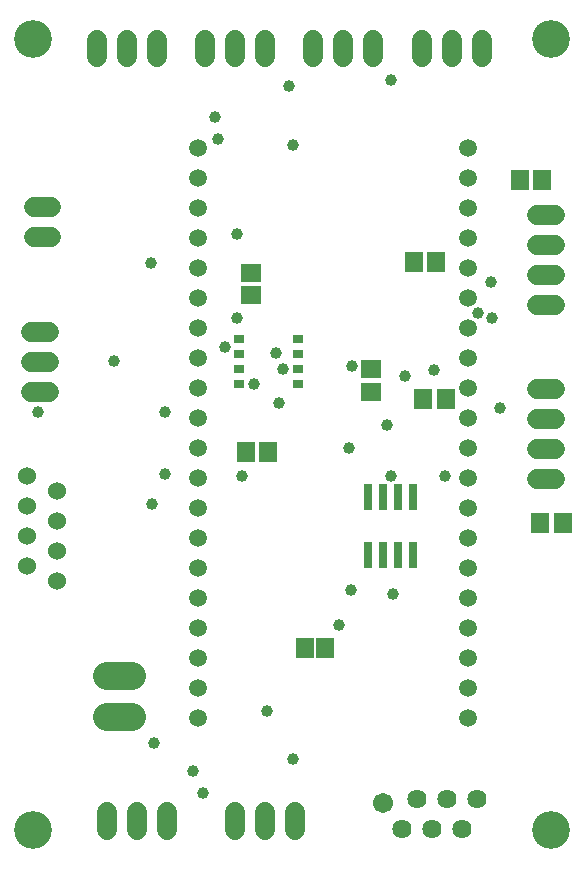
<source format=gbs>
G75*
%MOIN*%
%OFA0B0*%
%FSLAX24Y24*%
%IPPOS*%
%LPD*%
%AMOC8*
5,1,8,0,0,1.08239X$1,22.5*
%
%ADD10C,0.0595*%
%ADD11C,0.0600*%
%ADD12R,0.0380X0.0300*%
%ADD13R,0.0671X0.0592*%
%ADD14R,0.0592X0.0671*%
%ADD15R,0.0710X0.0592*%
%ADD16C,0.0674*%
%ADD17C,0.0680*%
%ADD18C,0.0920*%
%ADD19R,0.0300X0.0860*%
%ADD20C,0.0640*%
%ADD21C,0.0671*%
%ADD22C,0.0397*%
%ADD23C,0.1261*%
D10*
X007303Y006889D03*
X007303Y007889D03*
X007303Y008889D03*
X007303Y009889D03*
X007303Y010889D03*
X007303Y011889D03*
X007303Y012889D03*
X007303Y013889D03*
X007303Y014889D03*
X007303Y015889D03*
X007303Y016889D03*
X007303Y017889D03*
X007303Y018889D03*
X007303Y019889D03*
X007303Y020889D03*
X007303Y021889D03*
X007303Y022889D03*
X007303Y023889D03*
X007303Y024889D03*
X007303Y025889D03*
X016303Y025889D03*
X016303Y024889D03*
X016303Y023889D03*
X016303Y022889D03*
X016303Y021889D03*
X016303Y020889D03*
X016303Y019889D03*
X016303Y018889D03*
X016303Y017889D03*
X016303Y016889D03*
X016303Y015889D03*
X016303Y014889D03*
X016303Y013889D03*
X016303Y012889D03*
X016303Y011889D03*
X016303Y010889D03*
X016303Y009889D03*
X016303Y008889D03*
X016303Y007889D03*
X016303Y006889D03*
D11*
X002633Y011458D03*
X002633Y012458D03*
X002633Y013458D03*
X002633Y014458D03*
X001633Y014958D03*
X001633Y013958D03*
X001633Y012958D03*
X001633Y011958D03*
D12*
X008690Y018038D03*
X008690Y018538D03*
X008690Y019038D03*
X008690Y019538D03*
X010645Y019538D03*
X010645Y019038D03*
X010645Y018538D03*
X010645Y018038D03*
D13*
X013070Y017771D03*
X013070Y018519D03*
D14*
X014830Y017534D03*
X015578Y017534D03*
X015267Y022078D03*
X014519Y022078D03*
X018043Y024838D03*
X018791Y024838D03*
X018728Y013389D03*
X019476Y013389D03*
X011543Y009220D03*
X010873Y009220D03*
X009657Y015751D03*
X008909Y015751D03*
D15*
X009070Y020983D03*
X009070Y021731D03*
D16*
X009559Y028911D02*
X009559Y029505D01*
X008559Y029505D02*
X008559Y028911D01*
X007559Y028911D02*
X007559Y029505D01*
X005952Y029505D02*
X005952Y028911D01*
X004952Y028911D02*
X004952Y029505D01*
X003952Y029505D02*
X003952Y028911D01*
X002430Y023920D02*
X001836Y023920D01*
X001836Y022920D02*
X002430Y022920D01*
X011165Y028911D02*
X011165Y029505D01*
X012165Y029505D02*
X012165Y028911D01*
X013165Y028911D02*
X013165Y029505D01*
X014771Y029505D02*
X014771Y028911D01*
X015771Y028911D02*
X015771Y029505D01*
X016771Y029505D02*
X016771Y028911D01*
X010559Y003760D02*
X010559Y003167D01*
X009559Y003167D02*
X009559Y003760D01*
X008559Y003760D02*
X008559Y003167D01*
X006271Y003167D02*
X006271Y003760D01*
X005271Y003760D02*
X005271Y003167D01*
X004271Y003167D02*
X004271Y003760D01*
D17*
X002366Y017747D02*
X001766Y017747D01*
X001766Y018747D02*
X002366Y018747D01*
X002366Y019747D02*
X001766Y019747D01*
X018609Y020645D02*
X019209Y020645D01*
X019209Y021645D02*
X018609Y021645D01*
X018609Y022645D02*
X019209Y022645D01*
X019209Y023645D02*
X018609Y023645D01*
X018609Y017857D02*
X019209Y017857D01*
X019209Y016857D02*
X018609Y016857D01*
X018609Y015857D02*
X019209Y015857D01*
X019209Y014857D02*
X018609Y014857D01*
D18*
X005120Y008290D02*
X004280Y008290D01*
X004280Y006912D02*
X005120Y006912D01*
D19*
X012990Y012328D03*
X013490Y012328D03*
X013990Y012328D03*
X014490Y012328D03*
X014490Y014268D03*
X013990Y014268D03*
X013490Y014268D03*
X012990Y014268D03*
D20*
X014629Y004184D03*
X014129Y003184D03*
X015129Y003184D03*
X015629Y004184D03*
X016129Y003184D03*
X016629Y004184D03*
D21*
X013492Y004040D03*
D22*
X010476Y005507D03*
X009618Y007129D03*
X007484Y004405D03*
X007161Y005113D03*
X005862Y006046D03*
X005791Y014011D03*
X006224Y015034D03*
X006224Y017082D03*
X004531Y018775D03*
X005751Y022042D03*
X008232Y019247D03*
X008625Y020231D03*
X009925Y019050D03*
X010161Y018538D03*
X010007Y017381D03*
X009177Y018027D03*
X008783Y014956D03*
X012011Y009995D03*
X012429Y011141D03*
X013814Y011007D03*
X013744Y014956D03*
X013606Y016672D03*
X014216Y018290D03*
X015200Y018499D03*
X016657Y020389D03*
X017129Y020231D03*
X017090Y021412D03*
X017377Y017235D03*
X015555Y014956D03*
X012366Y015901D03*
X012444Y018617D03*
X008625Y023027D03*
X010476Y025979D03*
X010358Y027948D03*
X007996Y026176D03*
X007877Y026924D03*
X013744Y028145D03*
X001972Y017082D03*
D23*
X001814Y003145D03*
X001814Y029523D03*
X019098Y029523D03*
X019098Y003145D03*
M02*

</source>
